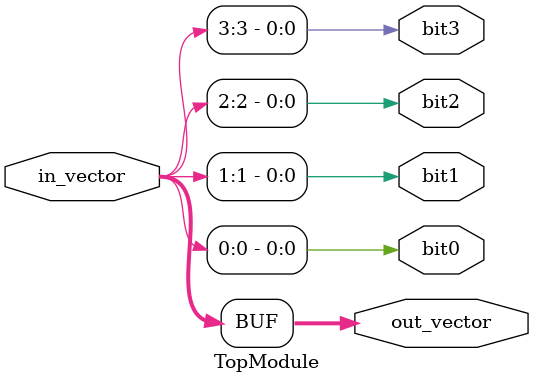
<source format=sv>
module TopModule (
    input logic [3:0] in_vector,
    output logic [3:0] out_vector,
    output logic bit0,
    output logic bit1,
    output logic bit2,
    output logic bit3
);

assign out_vector = in_vector;
assign bit0 = in_vector[0];
assign bit1 = in_vector[1];
assign bit2 = in_vector[2];
assign bit3 = in_vector[3];

endmodule
</source>
